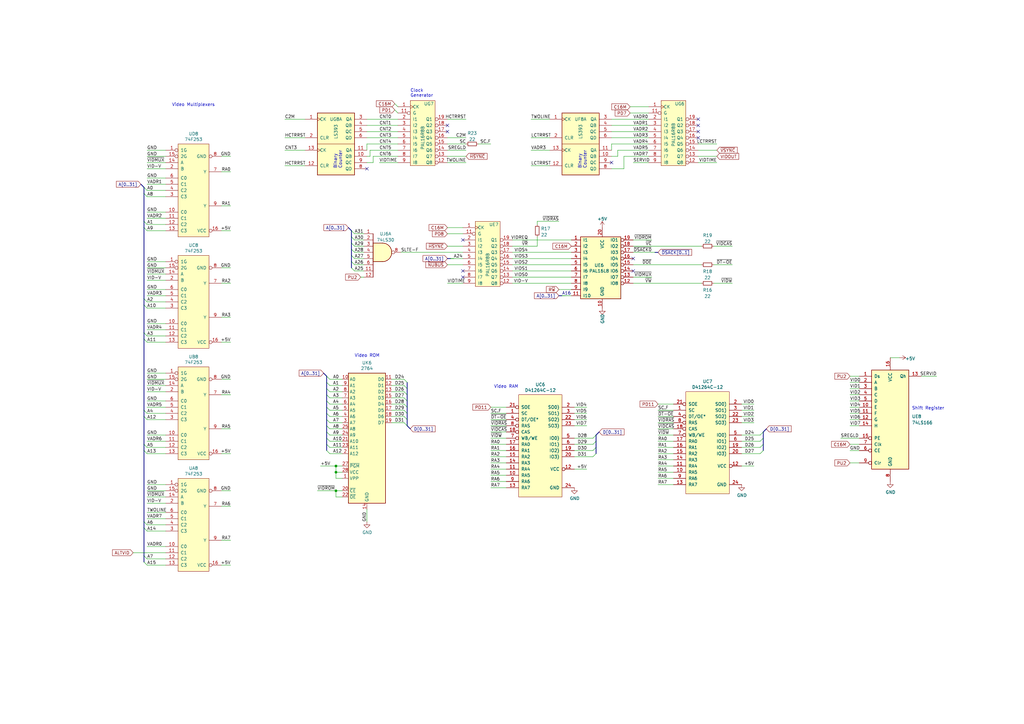
<source format=kicad_sch>
(kicad_sch (version 20230121) (generator eeschema)
  (paper "A3")
  (title_block (title "ROM & RAM Address Muxes") (date "2023-09-01") (rev "6") (company "Simplified by James Wood — j-w.au") (comment 1 "Originally from https://github.com/mishimasensei/macse30mlb/"))
  (lib_symbols
    (symbol "74xx:74LS166" (pin_names (offset 1.016))
      (property "Reference" "U" (at -7.62 21.59 0))
      (property "Value" "74LS166" (at -7.62 -21.59 0))
      (symbol "74LS166_1_0"
        (pin input line (at -12.7 17.78 0) (length 5.08) (name "Ds") (number "1"))
        (pin input line (at -12.7 5.08 0) (length 5.08) (name "E") (number "10"))
        (pin input line (at -12.7 2.54 0) (length 5.08) (name "F") (number "11"))
        (pin input line (at -12.7 0 0) (length 5.08) (name "G") (number "12"))
        (pin output line (at 12.7 17.78 180) (length 5.08) (name "Qh") (number "13"))
        (pin input line (at -12.7 -2.54 0) (length 5.08) (name "H") (number "14"))
        (pin input inverted (at -12.7 -7.62 0) (length 5.08) (name "PE") (number "15"))
        (pin power_in line (at 0 25.4 270) (length 5.08) (name "VCC") (number "16"))
        (pin input line (at -12.7 15.24 0) (length 5.08) (name "A") (number "2"))
        (pin input line (at -12.7 12.7 0) (length 5.08) (name "B") (number "3"))
        (pin input line (at -12.7 10.16 0) (length 5.08) (name "C") (number "4"))
        (pin input line (at -12.7 7.62 0) (length 5.08) (name "D") (number "5"))
        (pin input inverted (at -12.7 -12.7 0) (length 5.08) (name "CE") (number "6"))
        (pin input line (at -12.7 -10.16 0) (length 5.08) (name "Clk") (number "7"))
        (pin power_in line (at 0 -25.4 90) (length 5.08) (name "GND") (number "8"))
        (pin input inverted (at -12.7 -17.78 0) (length 5.08) (name "Clr") (number "9"))
      )
    )
    (symbol "74xx:74LS30" (pin_names (offset 1.016))
      (property "Reference" "U" (at 0 1.27 0))
      (property "Value" "74LS30" (at 0 -1.27 0))
      (symbol "74LS30_1_1"
        (pin input line (at -7.62 7.62 0) (length 3.81) (name "~") (number "1"))
        (pin input line (at -7.62 -7.62 0) (length 3.81) (name "~") (number "11"))
        (pin input line (at -7.62 -10.16 0) (length 3.81) (name "~") (number "12"))
        (pin input line (at -7.62 5.08 0) (length 3.81) (name "~") (number "2"))
        (pin input line (at -7.62 2.54 0) (length 3.81) (name "~") (number "3"))
        (pin input line (at -7.62 0 0) (length 3.81) (name "~") (number "4"))
        (pin input line (at -7.62 -2.54 0) (length 3.81) (name "~") (number "5"))
        (pin input line (at -7.62 -5.08 0) (length 3.81) (name "~") (number "6"))
        (pin output inverted (at 7.62 0 180) (length 3.81) (name "~") (number "8"))
      )
      (symbol "74LS30_1_2"
        (pin input inverted (at -7.62 7.62 0) (length 3.81) (name "~") (number "1"))
        (pin input inverted (at -7.62 -7.62 0) (length 3.81) (name "~") (number "11"))
        (pin input inverted (at -7.62 -10.16 0) (length 3.81) (name "~") (number "12"))
        (pin input inverted (at -7.62 5.08 0) (length 3.81) (name "~") (number "2"))
        (pin input inverted (at -7.62 2.54 0) (length 4.5466) (name "~") (number "3"))
        (pin input inverted (at -7.62 0 0) (length 5.08) (name "~") (number "4"))
        (pin input inverted (at -7.62 -2.54 0) (length 4.5466) (name "~") (number "5"))
        (pin input inverted (at -7.62 -5.08 0) (length 3.81) (name "~") (number "6"))
        (pin output line (at 7.62 0 180) (length 3.81) (name "~") (number "8"))
      )
      (symbol "74LS30_2_0"
        (pin power_in line (at 0 12.7 270) (length 5.08) (name "VCC") (number "14"))
        (pin power_in line (at 0 -12.7 90) (length 5.08) (name "GND") (number "7"))
      )
    )
    (symbol "Device:R_Small" (pin_numbers hide) (pin_names (offset 0.254) hide)
      (property "Reference" "R" (at 0.762 0.508 0))
      (property "Value" "R_Small" (at 0.762 -1.016 0))
      (symbol "R_Small_1_1"
        (pin passive line (at 0 2.54 270) (length 0.762) (name "~") (number "1"))
        (pin passive line (at 0 -2.54 90) (length 0.762) (name "~") (number "2"))
      )
    )
    (symbol "Logic_Programmable:PAL16L8" (pin_names (offset 1.016))
      (property "Reference" "U" (at -8.89 16.51 0))
      (property "Value" "PAL16L8" (at 1.27 16.51 0))
      (symbol "PAL16L8_0_0"
        (pin power_in line (at 0 -15.24 90) (length 3.81) (name "GND") (number "10"))
        (pin power_in line (at 0 17.78 270) (length 3.81) (name "VCC") (number "20"))
      )
      (symbol "PAL16L8_1_1"
        (pin input line (at -12.7 12.7 0) (length 3.81) (name "I1") (number "1"))
        (pin input line (at -12.7 -10.16 0) (length 3.81) (name "I10") (number "11"))
        (pin tri_state inverted (at 12.7 -5.08 180) (length 5.08) (name "IO8") (number "12"))
        (pin tri_state inverted (at 12.7 -2.54 180) (length 5.08) (name "IO7") (number "13"))
        (pin tri_state inverted (at 12.7 0 180) (length 5.08) (name "IO6") (number "14"))
        (pin tri_state inverted (at 12.7 2.54 180) (length 5.08) (name "IO5") (number "15"))
        (pin tri_state inverted (at 12.7 5.08 180) (length 5.08) (name "IO4") (number "16"))
        (pin tri_state inverted (at 12.7 7.62 180) (length 5.08) (name "I03") (number "17"))
        (pin tri_state inverted (at 12.7 10.16 180) (length 5.08) (name "IO2") (number "18"))
        (pin tri_state inverted (at 12.7 12.7 180) (length 5.08) (name "IO1") (number "19"))
        (pin input line (at -12.7 10.16 0) (length 3.81) (name "I2") (number "2"))
        (pin input line (at -12.7 7.62 0) (length 3.81) (name "I3") (number "3"))
        (pin input line (at -12.7 5.08 0) (length 3.81) (name "I4") (number "4"))
        (pin input line (at -12.7 2.54 0) (length 3.81) (name "I5") (number "5"))
        (pin input line (at -12.7 0 0) (length 3.81) (name "I6") (number "6"))
        (pin input line (at -12.7 -2.54 0) (length 3.81) (name "I7") (number "7"))
        (pin input line (at -12.7 -5.08 0) (length 3.81) (name "I8") (number "8"))
        (pin input line (at -12.7 -7.62 0) (length 3.81) (name "I9") (number "9"))
      )
    )
    (symbol "Macintosh-SE30-Main-Logic-Board-rescue:2764-Memory_EPROM"
      (property "Reference" "U" (at 0 26.67 0))
      (property "Value" "Macintosh-SE30-Main-Logic-Board-rescue_2764-Memory_EPROM" (at -2.54 24.13 0))
      (symbol "2764-Memory_EPROM_1_1"
        (pin input line (at -10.16 -20.32 0) (length 2.54) (name "VPP") (number "1"))
        (pin input line (at -10.16 20.32 0) (length 2.54) (name "A0") (number "10"))
        (pin tri_state line (at 10.16 20.32 180) (length 2.54) (name "D0") (number "11"))
        (pin tri_state line (at 10.16 17.78 180) (length 2.54) (name "D1") (number "12"))
        (pin tri_state line (at 10.16 15.24 180) (length 2.54) (name "D2") (number "13"))
        (pin power_in line (at 0 -33.02 90) (length 2.54) (name "GND") (number "14"))
        (pin tri_state line (at 10.16 12.7 180) (length 2.54) (name "D3") (number "15"))
        (pin tri_state line (at 10.16 10.16 180) (length 2.54) (name "D4") (number "16"))
        (pin tri_state line (at 10.16 7.62 180) (length 2.54) (name "D5") (number "17"))
        (pin tri_state line (at 10.16 5.08 180) (length 2.54) (name "D6") (number "18"))
        (pin tri_state line (at 10.16 2.54 180) (length 2.54) (name "D7") (number "19"))
        (pin input line (at -10.16 -10.16 0) (length 2.54) (name "A12") (number "2"))
        (pin input line (at -10.16 -25.4 0) (length 2.54) (name "~{CE}") (number "20"))
        (pin input line (at -10.16 -5.08 0) (length 2.54) (name "A10") (number "21"))
        (pin input line (at -10.16 -27.94 0) (length 2.54) (name "~{OE}") (number "22"))
        (pin input line (at -10.16 -7.62 0) (length 2.54) (name "A11") (number "23"))
        (pin input line (at -10.16 -2.54 0) (length 2.54) (name "A9") (number "24"))
        (pin input line (at -10.16 0 0) (length 2.54) (name "A8") (number "25"))
        (pin no_connect line (at 7.62 0 180) (length 2.54) hide (name "NC") (number "26"))
        (pin input line (at -10.16 -15.24 0) (length 2.54) (name "~{PGM}") (number "27"))
        (pin power_in line (at -10.16 -17.78 0) (length 2.54) (name "VCC") (number "28"))
        (pin input line (at -10.16 2.54 0) (length 2.54) (name "A7") (number "3"))
        (pin input line (at -10.16 5.08 0) (length 2.54) (name "A6") (number "4"))
        (pin input line (at -10.16 7.62 0) (length 2.54) (name "A5") (number "5"))
        (pin input line (at -10.16 10.16 0) (length 2.54) (name "A4") (number "6"))
        (pin input line (at -10.16 12.7 0) (length 2.54) (name "A3") (number "7"))
        (pin input line (at -10.16 15.24 0) (length 2.54) (name "A2") (number "8"))
        (pin input line (at -10.16 17.78 0) (length 2.54) (name "A1") (number "9"))
      )
    )
    (symbol "Macintosh_SE_30_Components:74F253" (pin_names (offset 1.016))
      (property "Reference" "U" (at 6.35 2.54 0))
      (property "Value" "74F253" (at 6.35 0 0))
      (symbol "74F253_1_0"
        (pin passive inverted (at -5.08 -3.81 0) (length 5.08) (name "1G") (number "1"))
        (pin passive line (at -5.08 -29.21 0) (length 5.08) (name "C0") (number "10"))
        (pin passive line (at -5.08 -31.75 0) (length 5.08) (name "C1") (number "11"))
        (pin passive line (at -5.08 -34.29 0) (length 5.08) (name "C2") (number "12"))
        (pin passive line (at -5.08 -36.83 0) (length 5.08) (name "C3") (number "13"))
        (pin passive line (at -5.08 -8.89 0) (length 5.08) (name "A") (number "14"))
        (pin passive inverted (at -5.08 -6.35 0) (length 5.08) (name "2G") (number "15"))
        (pin power_in inverted (at 17.78 -36.83 180) (length 5.08) (name "VCC") (number "16"))
        (pin passive line (at -5.08 -11.43 0) (length 5.08) (name "B") (number "2"))
        (pin passive line (at -5.08 -22.86 0) (length 5.08) (name "C3") (number "3"))
        (pin passive line (at -5.08 -20.32 0) (length 5.08) (name "C2") (number "4"))
        (pin passive line (at -5.08 -17.78 0) (length 5.08) (name "C1") (number "5"))
        (pin passive line (at -5.08 -15.24 0) (length 5.08) (name "C0") (number "6"))
        (pin passive line (at 17.78 -12.7 180) (length 5.08) (name "Y") (number "7"))
        (pin passive inverted (at 17.78 -6.35 180) (length 5.08) (name "GND") (number "8"))
        (pin passive line (at 17.78 -26.67 180) (length 5.08) (name "Y") (number "9"))
      )
    )
    (symbol "Macintosh_SE_30_Components:D41264C-12" (pin_names (offset 1.016))
      (property "Reference" "U" (at 2.54 3.81 0))
      (property "Value" "D41264C-12" (at 3.81 0 0))
      (symbol "D41264C-12_1_0"
        (pin passive line (at -10.16 -8.89 0) (length 5.08) (name "SC") (number "1"))
        (pin passive line (at -10.16 -34.29 0) (length 5.08) (name "RA5") (number "10"))
        (pin passive line (at -10.16 -31.75 0) (length 5.08) (name "RA4") (number "11"))
        (pin power_in inverted (at 17.78 -31.75 180) (length 5.08) (name "VCC") (number "12"))
        (pin passive line (at -10.16 -39.37 0) (length 5.08) (name "RA7") (number "13"))
        (pin passive line (at -10.16 -29.21 0) (length 5.08) (name "RA3") (number "14"))
        (pin passive line (at -10.16 -26.67 0) (length 5.08) (name "RA2") (number "15"))
        (pin passive line (at -10.16 -24.13 0) (length 5.08) (name "RA1") (number "16"))
        (pin passive line (at -10.16 -21.59 0) (length 5.08) (name "RA0") (number "17"))
        (pin passive inverted (at -10.16 -16.51 0) (length 5.08) (name "CAS") (number "18"))
        (pin passive line (at 17.78 -24.13 180) (length 5.08) (name "IO2)") (number "19"))
        (pin passive line (at 17.78 -6.35 180) (length 5.08) (name "SO0)") (number "2"))
        (pin passive line (at 17.78 -26.67 180) (length 5.08) (name "IO3)") (number "20"))
        (pin passive inverted (at -10.16 -6.35 0) (length 5.08) (name "SOE") (number "21"))
        (pin passive line (at 17.78 -11.43 180) (length 5.08) (name "SO2)") (number "22"))
        (pin passive line (at 17.78 -13.97 180) (length 5.08) (name "SO3)") (number "23"))
        (pin passive line (at 17.78 -39.37 180) (length 5.08) (name "GND") (number "24"))
        (pin passive line (at 17.78 -8.89 180) (length 5.08) (name "SO1)") (number "3"))
        (pin passive inverted (at -10.16 -11.43 0) (length 5.08) (name "DT/OE*") (number "4"))
        (pin passive line (at 17.78 -19.05 180) (length 5.08) (name "IO0)") (number "5"))
        (pin passive line (at 17.78 -21.59 180) (length 5.08) (name "IO1)") (number "6"))
        (pin passive inverted (at -10.16 -19.05 0) (length 5.08) (name "WB/WE") (number "7"))
        (pin passive inverted (at -10.16 -13.97 0) (length 5.08) (name "RAS") (number "8"))
        (pin passive line (at -10.16 -36.83 0) (length 5.08) (name "RA6") (number "9"))
      )
    )
    (symbol "Macintosh_SE_30_Components:LS393" (pin_names (offset 1.016))
      (property "Reference" "U" (at 0 8.89 0))
      (property "Value" "LS393" (at 0 6.35 0))
      (symbol "LS393_1_0"
        (pin input clock (at -12.7 2.54 0) (length 5.08) (name "CK") (number "1"))
        (pin output line (at 12.7 -12.7 180) (length 5.08) (name "QB") (number "10"))
        (pin output line (at 12.7 -10.16 180) (length 5.08) (name "QA") (number "11"))
        (pin passive line (at -12.7 -16.51 0) (length 5.08) (name "CLR") (number "12"))
        (pin input clock (at -12.7 -10.16 0) (length 5.08) (name "CK") (number "13"))
        (pin input line (at -12.7 -5.08 0) (length 5.08) (name "CLR") (number "2"))
        (pin output line (at 12.7 2.54 180) (length 5.08) (name "QA") (number "3"))
        (pin output line (at 12.7 0 180) (length 5.08) (name "QB") (number "4"))
        (pin output line (at 12.7 -2.54 180) (length 5.08) (name "QC") (number "5"))
        (pin output line (at 12.7 -5.08 180) (length 5.08) (name "QD") (number "6"))
        (pin output line (at 12.7 -17.78 180) (length 5.08) (name "QD") (number "8"))
        (pin output line (at 12.7 -15.24 180) (length 5.08) (name "QC") (number "9"))
      )
      (symbol "LS393_2_0"
        (pin output line (at 12.7 0 180) (length 5.08) (name "Q1") (number "10"))
        (pin output line (at 12.7 2.54 180) (length 5.08) (name "Q0") (number "11"))
        (pin input line (at -12.7 -5.08 0) (length 5.08) (name "MR") (number "12"))
        (pin input clock (at -12.7 2.54 0) (length 5.08) (name "CP") (number "13"))
        (pin output line (at 12.7 -5.08 180) (length 5.08) (name "Q3") (number "8"))
        (pin output line (at 12.7 -2.54 180) (length 5.08) (name "Q2") (number "9"))
      )
      (symbol "LS393_3_0"
        (pin power_in line (at 0 12.7 270) (length 5.08) (name "VCC") (number "14"))
        (pin power_in line (at 0 -12.7 90) (length 5.08) (name "GND") (number "7"))
      )
    )
    (symbol "Macintosh_SE_30_Components:PAL16R8B" (pin_names (offset 1.016))
      (property "Reference" "U" (at 2.54 -30.48 0))
      (property "Value" "PAL16R8B" (at 0 0 0))
      (symbol "PAL16R8B_1_0"
        (pin input clock (at -7.62 -3.81 0) (length 5.08) (name "CK") (number "1"))
        (pin passive inverted (at -7.62 -6.35 0) (length 5.08) (name "G") (number "11"))
        (pin passive inverted (at 12.7 -26.67 180) (length 5.08) (name "Q8") (number "12"))
        (pin passive inverted (at 12.7 -24.13 180) (length 5.08) (name "Q7") (number "13"))
        (pin passive inverted (at 12.7 -21.59 180) (length 5.08) (name "Q6") (number "14"))
        (pin passive inverted (at 12.7 -19.05 180) (length 5.08) (name "Q5") (number "15"))
        (pin passive inverted (at 12.7 -16.51 180) (length 5.08) (name "Q4") (number "16"))
        (pin passive inverted (at 12.7 -13.97 180) (length 5.08) (name "Q3") (number "17"))
        (pin passive inverted (at 12.7 -11.43 180) (length 5.08) (name "Q2") (number "18"))
        (pin passive inverted (at 12.7 -8.89 180) (length 5.08) (name "Q1") (number "19"))
        (pin passive line (at -7.62 -8.89 0) (length 5.08) (name "I1") (number "2"))
        (pin passive line (at -7.62 -11.43 0) (length 5.08) (name "I2") (number "3"))
        (pin passive line (at -7.62 -13.97 0) (length 5.08) (name "I3") (number "4"))
        (pin passive line (at -7.62 -16.51 0) (length 5.08) (name "I4") (number "5"))
        (pin passive line (at -7.62 -19.05 0) (length 5.08) (name "I5") (number "6"))
        (pin passive line (at -7.62 -21.59 0) (length 5.08) (name "I6") (number "7"))
        (pin passive line (at -7.62 -24.13 0) (length 5.08) (name "I7") (number "8"))
        (pin passive line (at -7.62 -26.67 0) (length 5.08) (name "I8") (number "9"))
      )
    )
    (symbol "power:+5V" (power) (pin_names (offset 0))
      (property "Value" "+5V" (at 0 3.556 0))
      (symbol "+5V_1_1"
        (pin power_in line (at 0 0 90) (length 0) hide (name "+5V") (number "1"))
      )
    )
    (symbol "power:GND" (power) (pin_names (offset 0))
      (property "Value" "GND" (at 0 -3.81 0))
      (symbol "GND_1_1"
        (pin power_in line (at 0 0 270) (length 0) hide (name "GND") (number "1"))
      )
    )
  )
  (junction (at 137.795 191.135))
  (junction (at 137.795 201.295))
  (junction (at 137.795 193.675))
  (no_connect (at 189.865 113.665))
  (no_connect (at 286.385 56.515))
  (no_connect (at 259.715 111.125))
  (no_connect (at 286.385 48.895))
  (no_connect (at 250.825 66.675))
  (no_connect (at 189.865 98.425))
  (no_connect (at 286.385 51.435))
  (no_connect (at 259.715 106.045))
  (no_connect (at 150.495 69.215))
  (no_connect (at 183.515 53.975))
  (no_connect (at 183.515 51.435))
  (no_connect (at 286.385 53.975))
  (no_connect (at 189.865 111.125))
  (bus_entry (at 59.055 170.815) (size 1.27 1.27))
  (bus_entry (at 133.985 154.305) (size 1.27 1.27))
  (bus_entry (at 59.055 216.535) (size 1.27 1.27))
  (bus_entry (at 133.985 169.545) (size 1.27 1.27))
  (bus_entry (at 133.985 172.085) (size 1.27 1.27))
  (bus_entry (at 133.985 184.785) (size 1.27 1.27))
  (bus_entry (at 144.145 109.855) (size 1.27 1.27))
  (bus_entry (at 186.055 106.045) (size -1.27 0))
  (bus_entry (at 59.055 227.965) (size 1.27 1.27))
  (bus_entry (at 59.055 122.555) (size 1.27 1.27))
  (bus_entry (at 167.005 164.465) (size -1.27 -1.27))
  (bus_entry (at 231.775 121.285) (size -1.27 0))
  (bus_entry (at 167.005 174.625) (size -1.27 -1.27))
  (bus_entry (at 133.985 164.465) (size 1.27 1.27))
  (bus_entry (at 59.055 136.525) (size 1.27 1.27))
  (bus_entry (at 267.335 103.505) (size 1.27 0))
  (bus_entry (at 59.055 213.995) (size 1.27 1.27))
  (bus_entry (at 244.475 180.975) (size -1.27 1.27))
  (bus_entry (at 133.985 156.845) (size 1.27 1.27))
  (bus_entry (at 59.055 79.375) (size 1.27 1.27))
  (bus_entry (at 59.055 230.505) (size 1.27 1.27))
  (bus_entry (at 144.145 104.775) (size 1.27 1.27))
  (bus_entry (at 167.005 167.005) (size -1.27 -1.27))
  (bus_entry (at 167.005 161.925) (size -1.27 -1.27))
  (bus_entry (at 133.985 182.245) (size 1.27 1.27))
  (bus_entry (at 313.055 182.245) (size -1.27 1.27))
  (bus_entry (at 59.055 93.345) (size 1.27 1.27))
  (bus_entry (at 144.145 102.235) (size 1.27 1.27))
  (bus_entry (at 133.985 161.925) (size 1.27 1.27))
  (bus_entry (at 313.055 184.785) (size -1.27 1.27))
  (bus_entry (at 59.055 90.805) (size 1.27 1.27))
  (bus_entry (at 59.055 139.065) (size 1.27 1.27))
  (bus_entry (at 167.005 172.085) (size -1.27 -1.27))
  (bus_entry (at 144.145 94.615) (size 1.27 1.27))
  (bus_entry (at 167.005 156.845) (size -1.27 -1.27))
  (bus_entry (at 133.985 179.705) (size 1.27 1.27))
  (bus_entry (at 133.985 177.165) (size 1.27 1.27))
  (bus_entry (at 144.145 107.315) (size 1.27 1.27))
  (bus_entry (at 59.055 168.275) (size 1.27 1.27))
  (bus_entry (at 231.775 121.285) (size -1.27 0))
  (bus_entry (at 133.985 174.625) (size 1.27 1.27))
  (bus_entry (at 244.475 186.055) (size -1.27 1.27))
  (bus_entry (at 167.005 169.545) (size -1.27 -1.27))
  (bus_entry (at 313.055 177.165) (size -1.27 1.27))
  (bus_entry (at 59.055 76.835) (size 1.27 1.27))
  (bus_entry (at 144.145 99.695) (size 1.27 1.27))
  (bus_entry (at 244.475 178.435) (size -1.27 1.27))
  (bus_entry (at 59.055 184.785) (size 1.27 1.27))
  (bus_entry (at 59.055 182.245) (size 1.27 1.27))
  (bus_entry (at 133.985 167.005) (size 1.27 1.27))
  (bus_entry (at 167.005 159.385) (size -1.27 -1.27))
  (bus_entry (at 144.145 97.155) (size 1.27 1.27))
  (bus_entry (at 313.055 179.705) (size -1.27 1.27))
  (bus_entry (at 59.055 125.095) (size 1.27 1.27))
  (bus_entry (at 244.475 183.515) (size -1.27 1.27))
  (bus_entry (at 133.985 159.385) (size 1.27 1.27))
  (bus (pts (xy 313.055 182.245) (xy 313.055 184.785)))
  (wire (pts (xy 90.805 116.205) (xy 94.615 116.205)))
  (wire (pts (xy 258.445 43.815) (xy 266.065 43.815)))
  (wire (pts (xy 67.945 183.515) (xy 60.325 183.515)))
  (wire (pts (xy 94.615 94.615) (xy 90.805 94.615)))
  (wire (pts (xy 255.905 69.215) (xy 255.905 64.135)))
  (wire (pts (xy 235.585 172.085) (xy 240.665 172.085)))
  (wire (pts (xy 235.585 169.545) (xy 240.665 169.545)))
  (wire (pts (xy 54.61 226.695) (xy 67.945 226.695)))
  (wire (pts (xy 259.715 66.675) (xy 266.065 66.675)))
  (wire (pts (xy 217.805 56.515) (xy 225.425 56.515)))
  (wire (pts (xy 294.005 61.595) (xy 286.385 61.595)))
  (wire (pts (xy 130.175 201.295) (xy 137.795 201.295)))
  (bus (pts (xy 133.985 169.545) (xy 133.985 172.085)))
  (wire (pts (xy 140.335 168.275) (xy 135.255 168.275)))
  (wire (pts (xy 255.905 64.135) (xy 266.065 64.135)))
  (wire (pts (xy 201.295 200.025) (xy 207.645 200.025)))
  (bus (pts (xy 167.005 164.465) (xy 167.005 161.925)))
  (wire (pts (xy 210.185 116.205) (xy 234.315 116.205)))
  (wire (pts (xy 201.295 189.865) (xy 207.645 189.865)))
  (wire (pts (xy 150.495 51.435) (xy 163.195 51.435)))
  (wire (pts (xy 137.795 191.135) (xy 140.335 191.135)))
  (wire (pts (xy 220.345 90.805) (xy 229.235 90.805)))
  (wire (pts (xy 150.495 66.675) (xy 153.035 66.675)))
  (bus (pts (xy 133.985 172.085) (xy 133.985 174.625)))
  (bus (pts (xy 245.745 177.165) (xy 244.475 178.435)))
  (bus (pts (xy 167.005 172.085) (xy 167.005 169.545)))
  (wire (pts (xy 229.235 118.745) (xy 234.315 118.745)))
  (wire (pts (xy 201.295 182.245) (xy 207.645 182.245)))
  (bus (pts (xy 144.145 102.235) (xy 144.145 104.775)))
  (wire (pts (xy 137.795 196.215) (xy 140.335 196.215)))
  (bus (pts (xy 244.475 180.975) (xy 244.475 183.515)))
  (wire (pts (xy 90.805 221.615) (xy 94.615 221.615)))
  (wire (pts (xy 150.495 48.895) (xy 163.195 48.895)))
  (wire (pts (xy 294.005 66.675) (xy 286.385 66.675)))
  (wire (pts (xy 153.035 66.675) (xy 153.035 64.135)))
  (wire (pts (xy 60.325 126.365) (xy 67.945 126.365)))
  (wire (pts (xy 348.615 189.865) (xy 352.425 189.865)))
  (wire (pts (xy 269.875 188.595) (xy 276.225 188.595)))
  (wire (pts (xy 235.585 179.705) (xy 243.205 179.705)))
  (wire (pts (xy 201.295 184.785) (xy 207.645 184.785)))
  (wire (pts (xy 201.295 187.325) (xy 207.645 187.325)))
  (bus (pts (xy 59.055 170.815) (xy 59.055 168.275)))
  (bus (pts (xy 144.145 99.695) (xy 144.145 102.235)))
  (wire (pts (xy 94.615 130.175) (xy 90.805 130.175)))
  (wire (pts (xy 94.615 175.895) (xy 90.805 175.895)))
  (wire (pts (xy 116.84 56.515) (xy 125.095 56.515)))
  (wire (pts (xy 250.825 53.975) (xy 266.065 53.975)))
  (wire (pts (xy 116.84 67.945) (xy 125.095 67.945)))
  (wire (pts (xy 183.515 100.965) (xy 189.865 100.965)))
  (wire (pts (xy 258.445 46.355) (xy 266.065 46.355)))
  (wire (pts (xy 352.425 164.465) (xy 348.615 164.465)))
  (wire (pts (xy 292.735 116.205) (xy 300.355 116.205)))
  (wire (pts (xy 94.615 64.135) (xy 90.805 64.135)))
  (wire (pts (xy 60.325 61.595) (xy 67.945 61.595)))
  (bus (pts (xy 59.055 122.555) (xy 59.055 125.095)))
  (wire (pts (xy 60.325 118.745) (xy 67.945 118.745)))
  (wire (pts (xy 269.875 178.435) (xy 276.225 178.435)))
  (wire (pts (xy 137.795 193.675) (xy 137.795 196.215)))
  (wire (pts (xy 183.515 48.895) (xy 191.135 48.895)))
  (bus (pts (xy 59.055 182.245) (xy 59.055 170.815)))
  (wire (pts (xy 207.645 172.085) (xy 201.295 172.085)))
  (wire (pts (xy 269.875 193.675) (xy 276.225 193.675)))
  (bus (pts (xy 167.005 167.005) (xy 167.005 164.465)))
  (wire (pts (xy 269.875 191.135) (xy 276.225 191.135)))
  (bus (pts (xy 57.785 75.565) (xy 59.055 76.835)))
  (wire (pts (xy 344.805 179.705) (xy 352.425 179.705)))
  (wire (pts (xy 269.875 180.975) (xy 276.225 180.975)))
  (wire (pts (xy 269.875 183.515) (xy 276.225 183.515)))
  (wire (pts (xy 210.185 100.965) (xy 220.345 100.965)))
  (wire (pts (xy 183.515 56.515) (xy 191.135 56.515)))
  (wire (pts (xy 234.315 98.425) (xy 210.185 98.425)))
  (bus (pts (xy 244.475 183.515) (xy 244.475 186.055)))
  (bus (pts (xy 314.325 175.895) (xy 313.055 177.165)))
  (bus (pts (xy 59.055 216.535) (xy 59.055 213.995)))
  (wire (pts (xy 201.295 197.485) (xy 207.645 197.485)))
  (wire (pts (xy 259.715 103.505) (xy 267.335 103.505)))
  (wire (pts (xy 160.655 165.735) (xy 165.735 165.735)))
  (wire (pts (xy 240.665 174.625) (xy 235.585 174.625)))
  (wire (pts (xy 304.165 186.055) (xy 311.785 186.055)))
  (wire (pts (xy 234.315 111.125) (xy 210.185 111.125)))
  (wire (pts (xy 217.805 67.945) (xy 225.425 67.945)))
  (wire (pts (xy 67.945 78.105) (xy 60.325 78.105)))
  (wire (pts (xy 90.805 207.645) (xy 94.615 207.645)))
  (wire (pts (xy 151.765 61.595) (xy 163.195 61.595)))
  (wire (pts (xy 67.945 75.565) (xy 60.325 75.565)))
  (wire (pts (xy 160.655 163.195) (xy 165.735 163.195)))
  (wire (pts (xy 67.945 180.975) (xy 60.325 180.975)))
  (wire (pts (xy 191.135 66.675) (xy 183.515 66.675)))
  (bus (pts (xy 268.605 103.505) (xy 269.875 103.505)))
  (wire (pts (xy 60.325 160.655) (xy 67.945 160.655)))
  (wire (pts (xy 207.645 179.705) (xy 201.295 179.705)))
  (bus (pts (xy 59.055 125.095) (xy 59.055 136.525)))
  (wire (pts (xy 196.215 59.055) (xy 201.295 59.055)))
  (wire (pts (xy 94.615 140.335) (xy 90.805 140.335)))
  (wire (pts (xy 231.775 121.285) (xy 234.315 121.285)))
  (wire (pts (xy 304.165 173.355) (xy 309.245 173.355)))
  (wire (pts (xy 140.335 180.975) (xy 135.255 180.975)))
  (wire (pts (xy 140.335 203.835) (xy 137.795 203.835)))
  (wire (pts (xy 235.585 182.245) (xy 243.205 182.245)))
  (wire (pts (xy 67.945 186.055) (xy 60.325 186.055)))
  (wire (pts (xy 311.785 178.435) (xy 304.165 178.435)))
  (wire (pts (xy 67.945 135.255) (xy 60.325 135.255)))
  (wire (pts (xy 60.325 164.465) (xy 67.945 164.465)))
  (wire (pts (xy 217.805 48.895) (xy 225.425 48.895)))
  (wire (pts (xy 269.875 170.815) (xy 276.225 170.815)))
  (wire (pts (xy 300.355 108.585) (xy 292.735 108.585)))
  (bus (pts (xy 133.985 154.305) (xy 132.715 153.035)))
  (wire (pts (xy 183.515 95.885) (xy 189.865 95.885)))
  (bus (pts (xy 59.055 230.505) (xy 59.055 227.965)))
  (wire (pts (xy 116.84 48.895) (xy 125.095 48.895)))
  (wire (pts (xy 67.945 94.615) (xy 60.325 94.615)))
  (wire (pts (xy 287.655 108.585) (xy 259.715 108.585)))
  (bus (pts (xy 167.005 174.625) (xy 167.005 172.085)))
  (bus (pts (xy 167.005 169.545) (xy 167.005 167.005)))
  (wire (pts (xy 60.325 86.995) (xy 67.945 86.995)))
  (wire (pts (xy 94.615 109.855) (xy 90.805 109.855)))
  (wire (pts (xy 60.325 132.715) (xy 67.945 132.715)))
  (bus (pts (xy 168.275 175.895) (xy 167.005 174.625)))
  (wire (pts (xy 304.165 183.515) (xy 311.785 183.515)))
  (wire (pts (xy 300.355 100.965) (xy 292.735 100.965)))
  (bus (pts (xy 144.145 104.775) (xy 144.145 107.315)))
  (wire (pts (xy 60.325 178.435) (xy 67.945 178.435)))
  (wire (pts (xy 259.715 116.205) (xy 287.655 116.205)))
  (wire (pts (xy 304.165 168.275) (xy 309.245 168.275)))
  (wire (pts (xy 287.655 100.965) (xy 259.715 100.965)))
  (wire (pts (xy 94.615 201.295) (xy 90.805 201.295)))
  (wire (pts (xy 151.765 64.135) (xy 151.765 61.595)))
  (bus (pts (xy 133.985 159.385) (xy 133.985 161.925)))
  (wire (pts (xy 67.945 172.085) (xy 60.325 172.085)))
  (wire (pts (xy 94.615 186.055) (xy 90.805 186.055)))
  (wire (pts (xy 60.325 140.335) (xy 67.945 140.335)))
  (wire (pts (xy 201.295 174.625) (xy 207.645 174.625)))
  (wire (pts (xy 253.365 64.135) (xy 253.365 61.595)))
  (wire (pts (xy 125.095 61.595) (xy 116.84 61.595)))
  (wire (pts (xy 352.425 167.005) (xy 348.615 167.005)))
  (wire (pts (xy 250.825 56.515) (xy 266.065 56.515)))
  (wire (pts (xy 269.875 198.755) (xy 276.225 198.755)))
  (wire (pts (xy 164.465 103.505) (xy 189.865 103.505)))
  (wire (pts (xy 90.805 70.485) (xy 94.615 70.485)))
  (wire (pts (xy 149.225 100.965) (xy 145.415 100.965)))
  (wire (pts (xy 140.335 165.735) (xy 135.255 165.735)))
  (bus (pts (xy 133.985 161.925) (xy 133.985 164.465)))
  (wire (pts (xy 67.945 229.235) (xy 60.325 229.235)))
  (wire (pts (xy 235.585 184.785) (xy 243.205 184.785)))
  (wire (pts (xy 149.225 103.505) (xy 145.415 103.505)))
  (wire (pts (xy 253.365 61.595) (xy 266.065 61.595)))
  (bus (pts (xy 59.055 184.785) (xy 59.055 182.245)))
  (wire (pts (xy 234.315 108.585) (xy 210.185 108.585)))
  (bus (pts (xy 144.145 107.315) (xy 144.145 109.855)))
  (wire (pts (xy 250.825 61.595) (xy 250.825 59.055)))
  (wire (pts (xy 352.425 174.625) (xy 348.615 174.625)))
  (bus (pts (xy 59.055 90.805) (xy 59.055 79.375)))
  (wire (pts (xy 184.785 106.045) (xy 186.055 106.045)))
  (wire (pts (xy 150.495 59.055) (xy 163.195 59.055)))
  (wire (pts (xy 286.385 59.055) (xy 294.005 59.055)))
  (wire (pts (xy 377.825 154.305) (xy 384.175 154.305)))
  (wire (pts (xy 140.335 175.895) (xy 135.255 175.895)))
  (wire (pts (xy 67.945 217.805) (xy 60.325 217.805)))
  (wire (pts (xy 149.225 111.125) (xy 145.415 111.125)))
  (wire (pts (xy 250.825 51.435) (xy 266.065 51.435)))
  (wire (pts (xy 234.315 106.045) (xy 210.185 106.045)))
  (bus (pts (xy 59.055 227.965) (xy 59.055 216.535)))
  (bus (pts (xy 167.005 159.385) (xy 167.005 156.845)))
  (wire (pts (xy 269.875 165.735) (xy 276.225 165.735)))
  (wire (pts (xy 67.945 169.545) (xy 60.325 169.545)))
  (wire (pts (xy 160.655 168.275) (xy 165.735 168.275)))
  (wire (pts (xy 140.335 173.355) (xy 135.255 173.355)))
  (wire (pts (xy 94.615 84.455) (xy 90.805 84.455)))
  (wire (pts (xy 60.325 210.185) (xy 67.945 210.185)))
  (wire (pts (xy 140.335 155.575) (xy 135.255 155.575)))
  (wire (pts (xy 140.335 178.435) (xy 135.255 178.435)))
  (wire (pts (xy 140.335 183.515) (xy 135.255 183.515)))
  (wire (pts (xy 67.945 89.535) (xy 60.325 89.535)))
  (wire (pts (xy 309.245 165.735) (xy 304.165 165.735)))
  (wire (pts (xy 60.325 64.135) (xy 67.945 64.135)))
  (wire (pts (xy 160.655 155.575) (xy 165.735 155.575)))
  (wire (pts (xy 348.615 154.305) (xy 352.425 154.305)))
  (wire (pts (xy 352.425 156.845) (xy 348.615 156.845)))
  (wire (pts (xy 191.135 61.595) (xy 183.515 61.595)))
  (wire (pts (xy 60.325 198.755) (xy 67.945 198.755)))
  (bus (pts (xy 59.055 93.345) (xy 59.055 90.805)))
  (wire (pts (xy 348.615 184.785) (xy 352.425 184.785)))
  (wire (pts (xy 161.925 45.085) (xy 163.195 46.355)))
  (wire (pts (xy 60.325 155.575) (xy 67.945 155.575)))
  (wire (pts (xy 140.335 160.655) (xy 135.255 160.655)))
  (bus (pts (xy 167.005 161.925) (xy 167.005 159.385)))
  (wire (pts (xy 60.325 114.935) (xy 67.945 114.935)))
  (wire (pts (xy 352.425 169.545) (xy 348.615 169.545)))
  (bus (pts (xy 133.985 177.165) (xy 133.985 179.705)))
  (wire (pts (xy 67.945 112.395) (xy 60.325 112.395)))
  (bus (pts (xy 313.055 177.165) (xy 313.055 179.705)))
  (wire (pts (xy 207.645 177.165) (xy 201.295 177.165)))
  (wire (pts (xy 201.295 167.005) (xy 207.645 167.005)))
  (wire (pts (xy 235.585 167.005) (xy 240.665 167.005)))
  (wire (pts (xy 60.325 66.675) (xy 67.945 66.675)))
  (bus (pts (xy 133.985 164.465) (xy 133.985 167.005)))
  (wire (pts (xy 240.665 192.405) (xy 235.585 192.405)))
  (wire (pts (xy 60.325 153.035) (xy 67.945 153.035)))
  (bus (pts (xy 144.145 94.615) (xy 144.145 97.155)))
  (wire (pts (xy 352.425 161.925) (xy 348.615 161.925)))
  (wire (pts (xy 140.335 158.115) (xy 135.255 158.115)))
  (bus (pts (xy 59.055 79.375) (xy 59.055 76.835)))
  (wire (pts (xy 201.295 169.545) (xy 207.645 169.545)))
  (wire (pts (xy 191.135 64.135) (xy 183.515 64.135)))
  (wire (pts (xy 67.945 231.775) (xy 60.325 231.775)))
  (wire (pts (xy 183.515 108.585) (xy 189.865 108.585)))
  (wire (pts (xy 348.615 182.245) (xy 352.425 182.245)))
  (bus (pts (xy 133.985 182.245) (xy 133.985 184.785)))
  (wire (pts (xy 67.945 69.215) (xy 60.325 69.215)))
  (wire (pts (xy 234.315 113.665) (xy 210.185 113.665)))
  (wire (pts (xy 217.805 61.595) (xy 225.425 61.595)))
  (wire (pts (xy 149.225 108.585) (xy 145.415 108.585)))
  (wire (pts (xy 294.005 64.135) (xy 286.385 64.135)))
  (wire (pts (xy 230.505 121.285) (xy 231.775 121.285)))
  (wire (pts (xy 150.495 61.595) (xy 150.495 59.055)))
  (bus (pts (xy 313.055 179.705) (xy 313.055 182.245)))
  (wire (pts (xy 60.325 123.825) (xy 67.945 123.825)))
  (wire (pts (xy 304.165 180.975) (xy 311.785 180.975)))
  (wire (pts (xy 94.615 231.775) (xy 90.805 231.775)))
  (wire (pts (xy 183.515 59.055) (xy 191.135 59.055)))
  (wire (pts (xy 60.325 224.155) (xy 67.945 224.155)))
  (wire (pts (xy 94.615 161.925) (xy 90.805 161.925)))
  (wire (pts (xy 250.825 59.055) (xy 266.065 59.055)))
  (wire (pts (xy 250.825 64.135) (xy 253.365 64.135)))
  (wire (pts (xy 201.295 192.405) (xy 207.645 192.405)))
  (wire (pts (xy 131.445 191.135) (xy 137.795 191.135)))
  (wire (pts (xy 220.345 100.965) (xy 220.345 97.155)))
  (bus (pts (xy 59.055 184.785) (xy 59.055 213.995)))
  (wire (pts (xy 220.345 90.805) (xy 220.345 92.075)))
  (wire (pts (xy 149.225 106.045) (xy 145.415 106.045)))
  (wire (pts (xy 150.495 56.515) (xy 163.195 56.515)))
  (wire (pts (xy 160.655 158.115) (xy 165.735 158.115)))
  (wire (pts (xy 60.325 137.795) (xy 67.945 137.795)))
  (wire (pts (xy 309.245 191.135) (xy 304.165 191.135)))
  (wire (pts (xy 137.795 201.295) (xy 137.795 203.835)))
  (wire (pts (xy 67.945 80.645) (xy 60.325 80.645)))
  (wire (pts (xy 67.945 121.285) (xy 60.325 121.285)))
  (wire (pts (xy 160.655 170.815) (xy 165.735 170.815)))
  (wire (pts (xy 235.585 187.325) (xy 243.205 187.325)))
  (wire (pts (xy 137.795 201.295) (xy 140.335 201.295)))
  (wire (pts (xy 210.185 103.505) (xy 234.315 103.505)))
  (wire (pts (xy 250.825 69.215) (xy 255.905 69.215)))
  (wire (pts (xy 140.335 186.055) (xy 135.255 186.055)))
  (wire (pts (xy 137.795 193.675) (xy 140.335 193.675)))
  (wire (pts (xy 67.945 212.725) (xy 60.325 212.725)))
  (bus (pts (xy 59.055 122.555) (xy 59.055 93.345)))
  (bus (pts (xy 184.785 106.045) (xy 183.515 106.045)))
  (wire (pts (xy 183.515 93.345) (xy 189.865 93.345)))
  (wire (pts (xy 150.495 208.915) (xy 150.495 213.995)))
  (wire (pts (xy 67.945 92.075) (xy 60.325 92.075)))
  (wire (pts (xy 147.955 113.665) (xy 149.225 113.665)))
  (bus (pts (xy 133.985 156.845) (xy 133.985 159.385)))
  (wire (pts (xy 269.875 175.895) (xy 276.225 175.895)))
  (bus (pts (xy 133.985 174.625) (xy 133.985 177.165)))
  (wire (pts (xy 155.575 66.675) (xy 163.195 66.675)))
  (wire (pts (xy 149.225 95.885) (xy 145.415 95.885)))
  (wire (pts (xy 259.715 113.665) (xy 267.335 113.665)))
  (wire (pts (xy 153.035 64.135) (xy 163.195 64.135)))
  (wire (pts (xy 269.875 186.055) (xy 276.225 186.055)))
  (wire (pts (xy 160.655 173.355) (xy 165.735 173.355)))
  (wire (pts (xy 60.325 73.025) (xy 67.945 73.025)))
  (wire (pts (xy 269.875 196.215) (xy 276.225 196.215)))
  (wire (pts (xy 250.825 48.895) (xy 266.065 48.895)))
  (wire (pts (xy 94.615 155.575) (xy 90.805 155.575)))
  (wire (pts (xy 352.425 159.385) (xy 348.615 159.385)))
  (wire (pts (xy 365.125 146.685) (xy 368.935 146.685)))
  (wire (pts (xy 149.225 98.425) (xy 145.415 98.425)))
  (wire (pts (xy 269.875 173.355) (xy 276.225 173.355)))
  (bus (pts (xy 133.985 179.705) (xy 133.985 182.245)))
  (bus (pts (xy 59.055 136.525) (xy 59.055 139.065)))
  (wire (pts (xy 304.165 170.815) (xy 309.245 170.815)))
  (wire (pts (xy 150.495 64.135) (xy 151.765 64.135)))
  (wire (pts (xy 137.795 193.675) (xy 137.795 191.135)))
  (bus (pts (xy 59.055 139.065) (xy 59.055 168.275)))
  (wire (pts (xy 67.945 167.005) (xy 60.325 167.005)))
  (bus (pts (xy 244.475 178.435) (xy 244.475 180.975)))
  (wire (pts (xy 186.055 106.045) (xy 189.865 106.045)))
  (wire (pts (xy 352.425 172.085) (xy 348.615 172.085)))
  (wire (pts (xy 60.325 158.115) (xy 67.945 158.115)))
  (wire (pts (xy 140.335 163.195) (xy 135.255 163.195)))
  (bus (pts (xy 133.985 167.005) (xy 133.985 169.545)))
  (wire (pts (xy 60.325 107.315) (xy 67.945 107.315)))
  (wire (pts (xy 160.655 160.655) (xy 165.735 160.655)))
  (wire (pts (xy 161.925 42.545) (xy 163.195 43.815)))
  (wire (pts (xy 259.715 98.425) (xy 267.335 98.425)))
  (wire (pts (xy 60.325 109.855) (xy 67.945 109.855)))
  (wire (pts (xy 183.515 116.205) (xy 189.865 116.205)))
  (wire (pts (xy 150.495 53.975) (xy 163.195 53.975)))
  (wire (pts (xy 67.945 215.265) (xy 60.325 215.265)))
  (wire (pts (xy 60.325 201.295) (xy 67.945 201.295)))
  (wire (pts (xy 269.875 168.275) (xy 276.225 168.275)))
  (bus (pts (xy 230.505 121.285) (xy 229.235 121.285)))
  (wire (pts (xy 60.325 203.835) (xy 67.945 203.835)))
  (wire (pts (xy 201.295 194.945) (xy 207.645 194.945)))
  (bus (pts (xy 144.145 97.155) (xy 144.145 99.695)))
  (bus (pts (xy 142.875 93.345) (xy 144.145 94.615)))
  (wire (pts (xy 60.325 206.375) (xy 67.945 206.375)))
  (bus (pts (xy 133.985 154.305) (xy 133.985 156.845)))
  (wire (pts (xy 140.335 170.815) (xy 135.255 170.815)))
  (text "Video Multiplexers" (at 70.485 43.815 0) (effects (font (size 1.27 1.27)) (justify left bottom)))
  (text "Binary\nCounter" (at 240.665 69.215 90) (effects (font (size 1.27 1.27)) (justify left bottom)))
  (text "Clock\nGenerator" (at 168.275 40.005 0) (effects (font (size 1.27 1.27)) (justify left bottom)))
  (text "Video ROM" (at 145.415 146.685 0) (effects (font (size 1.27 1.27)) (justify left bottom)))
  (text "Binary\nCounter" (at 140.335 69.215 90) (effects (font (size 1.27 1.27)) (justify left bottom)))
  (text "Shift Register" (at 374.015 168.275 0) (effects (font (size 1.27 1.27)) (justify left bottom)))
  (text "Video RAM" (at 202.565 159.385 0) (effects (font (size 1.27 1.27)) (justify left bottom)))
  (label "RA3" (at 94.615 130.175 180))
  (label "~{DT-OE}" (at 201.295 172.085 0))
  (label "~{VIDW}" (at 300.355 116.205 180))
  (label "GND" (at 60.325 73.025 0))
  (label "CNT5" (at 155.575 61.595 0))
  (label "RA1" (at 201.295 184.785 0))
  (label "C2M" (at 191.135 56.515 180))
  (label "~{VIDW}" (at 201.295 179.705 0))
  (label "~{DOE}" (at 267.335 108.585 180))
  (label "A13" (at 60.325 186.055 0))
  (label "RA0" (at 201.295 182.245 0))
  (label "GND" (at 60.325 153.035 0))
  (label "TWOLINE" (at 191.135 66.675 180))
  (label "A6" (at 60.325 215.265 0))
  (label "VID1" (at 348.615 159.385 0))
  (label "~{VIDRAS}" (at 269.875 173.355 0))
  (label "CNT0" (at 155.575 48.895 0))
  (label "A26" (at 145.415 108.585 0))
  (label "~{VIDRAS}" (at 229.235 90.805 180))
  (label "VADR2" (at 259.715 53.975 0))
  (label "A14" (at 60.325 217.805 0))
  (label "SERVID" (at 384.175 154.305 180))
  (label "D25" (at 305.435 180.975 0))
  (label "A11" (at 136.525 183.515 0))
  (label "VID0" (at 309.245 165.735 180))
  (label "~{VIDCAS}" (at 300.355 100.965 180))
  (label "D28" (at 161.925 165.735 0))
  (label "+5V" (at 94.615 231.775 180))
  (label "RA5" (at 201.295 194.945 0))
  (label "RA1" (at 269.875 183.515 0))
  (label "VID7" (at 348.615 174.625 0))
  (label "GND" (at 60.325 118.745 0))
  (label "VADR4" (at 60.325 135.255 0))
  (label "A8" (at 136.525 175.895 0))
  (label "VIDS2" (at 216.535 108.585 180))
  (label "A7" (at 136.525 173.355 0))
  (label "GND" (at 60.325 132.715 0))
  (label "D24" (at 305.435 178.435 0))
  (label "GND" (at 60.325 109.855 0))
  (label "VID-V" (at 60.325 114.935 0))
  (label "VADR0" (at 60.325 224.155 0))
  (label "~{VW}" (at 267.335 116.205 180))
  (label "A0" (at 60.325 78.105 0))
  (label "RA0" (at 269.875 180.975 0))
  (label "+5V" (at 309.245 191.135 180))
  (label "VADR4" (at 259.715 59.055 0))
  (label "~{VIDMUX}" (at 60.325 158.115 0))
  (label "A9" (at 60.325 94.615 0))
  (label "VID3" (at 309.245 173.355 180))
  (label "VADR5" (at 60.325 167.005 0))
  (label "GND" (at 94.615 109.855 180))
  (label "HCTRRST" (at 116.84 67.945 0))
  (label "RA2" (at 94.615 116.205 180))
  (label "VID-V" (at 60.325 160.655 0))
  (label "VIDTIME" (at 183.515 116.205 0))
  (label "TWOLINE" (at 60.325 210.185 0))
  (label "SERVID" (at 259.715 66.675 0))
  (label "RA6" (at 269.875 196.215 0))
  (label "CNT6" (at 155.575 64.135 0))
  (label "VADR5" (at 259.715 61.595 0))
  (label "A28" (at 145.415 103.505 0))
  (label "TWOLINE" (at 217.805 48.895 0))
  (label "C2M" (at 116.84 48.895 0))
  (label "~{VIDCAS}" (at 269.875 175.895 0))
  (label "VID-V" (at 60.325 206.375 0))
  (label "VIDTIME" (at 155.575 66.675 0))
  (label "VADR0" (at 259.715 48.895 0))
  (label "SC.F" (at 269.875 168.275 0))
  (label "HCTRRST" (at 116.84 56.515 0))
  (label "A25" (at 145.415 111.125 0))
  (label "A3" (at 60.325 137.795 0))
  (label "GND" (at 94.615 201.295 180))
  (label "GND" (at 60.325 164.465 0))
  (label "D25" (at 161.925 158.115 0))
  (label "+5V" (at 94.615 186.055 180))
  (label "SC.F" (at 201.295 169.545 0))
  (label "D31" (at 161.925 173.355 0))
  (label "VADR3" (at 217.805 61.595 0))
  (label "VID6" (at 240.665 172.085 180))
  (label "LCTRRST" (at 217.805 67.945 0))
  (label "RA6" (at 94.615 207.645 180))
  (label "A9" (at 136.525 178.435 0))
  (label "+5V" (at 240.665 192.405 180))
  (label "A29" (at 145.415 100.965 0))
  (label "A11" (at 60.325 140.335 0))
  (label "RA4" (at 269.875 191.135 0))
  (label "VIDS4" (at 216.535 103.505 180))
  (label "A30" (at 145.415 98.425 0))
  (label "SC.F" (at 201.295 59.055 180))
  (label "VIDS1" (at 216.535 111.125 180))
  (label "VID0" (at 348.615 156.845 0))
  (label "VID2" (at 348.615 161.925 0))
  (label "A6" (at 136.525 170.815 0))
  (label "A31" (at 145.415 95.885 0))
  (label "VADR1" (at 259.715 51.435 0))
  (label "~{DT-OE}" (at 300.355 108.585 180))
  (label "VIDS0" (at 216.535 113.665 180))
  (label "GND" (at 60.325 61.595 0))
  (label "A10" (at 136.525 180.975 0))
  (label "GND" (at 94.615 64.135 180))
  (label "VID3" (at 348.615 164.465 0))
  (label "GND" (at 60.325 64.135 0))
  (label "RA7" (at 94.615 221.615 180))
  (label "VADR7" (at 60.325 212.725 0))
  (label "VADR7" (at 259.715 64.135 0))
  (label "VADR3" (at 259.715 56.515 0))
  (label "GND" (at 60.325 178.435 0))
  (label "A27" (at 145.415 106.045 0))
  (label "~{VIDW}" (at 269.875 178.435 0))
  (label "A8" (at 60.325 80.645 0))
  (label "VADR3" (at 60.325 121.285 0))
  (label "~{VIDRAS}" (at 201.295 174.625 0))
  (label "VADR2" (at 60.325 89.535 0))
  (label "CNT3" (at 155.575 56.515 0))
  (label "VID4" (at 348.615 167.005 0))
  (label "VID5" (at 348.615 169.545 0))
  (label "VIDREQ" (at 216.535 98.425 180))
  (label "+5V" (at 94.615 94.615 180))
  (label "~{VIDCAS}" (at 201.295 177.165 0))
  (label "GND" (at 60.325 201.295 0))
  (label "D29" (at 236.855 182.245 0))
  (label "~{VIDMUX}" (at 60.325 66.675 0))
  (label "A5" (at 60.325 183.515 0))
  (label "SC" (at 191.135 59.055 180))
  (label "CNT4" (at 155.575 59.055 0))
  (label "A1" (at 136.525 158.115 0))
  (label "A7" (at 60.325 229.235 0))
  (label "GND" (at 94.615 155.575 180))
  (label "~{VIDMUX}" (at 267.335 113.665 180))
  (label "VIDTIME" (at 294.005 66.675 180))
  (label "VID5" (at 240.665 169.545 180))
  (label "~{VIDMUX}" (at 60.325 203.835 0))
  (label "RA5" (at 94.615 175.895 180))
  (label "~{VC}" (at 267.335 100.965 180))
  (label "RA6" (at 201.295 197.485 0))
  (label "VID1" (at 309.245 168.275 180))
  (label "VID4" (at 240.665 167.005 180))
  (label "~{DT-OE}" (at 269.875 170.815 0))
  (label "VID7" (at 240.665 174.625 180))
  (label "A4" (at 60.325 169.545 0))
  (label "+5V" (at 131.445 191.135 0))
  (label "VID-V" (at 60.325 69.215 0))
  (label "VADR6" (at 60.325 180.975 0))
  (label "D28" (at 236.855 179.705 0))
  (label "VID-V" (at 216.535 116.205 180))
  (label "A10" (at 60.325 126.365 0))
  (label "D24" (at 161.925 155.575 0))
  (label "A4" (at 136.525 165.735 0))
  (label "GND" (at 348.615 184.785 0))
  (label "GND" (at 60.325 86.995 0))
  (label "GND" (at 150.495 213.995 90))
  (label "A3" (at 136.525 163.195 0))
  (label "RA2" (at 269.875 186.055 0))
  (label "LCTRRST" (at 217.805 56.515 0))
  (label "RA1" (at 94.615 84.455 180))
  (label "RA7" (at 201.295 200.025 0))
  (label "RA4" (at 201.295 192.405 0))
  (label "A1" (at 60.325 92.075 0))
  (label "LCTRRST" (at 294.005 59.055 180))
  (label "~{VIDROM}" (at 130.175 201.295 0))
  (label "A12" (at 60.325 172.085 0))
  (label "VADR1" (at 60.325 75.565 0))
  (label "A2" (at 60.325 123.825 0))
  (label "RA3" (at 269.875 188.595 0))
  (label "RA4" (at 94.615 161.925 180))
  (label "D30" (at 161.925 170.815 0))
  (label "A16" (at 230.505 121.285 0))
  (label "D27" (at 305.435 186.055 0))
  (label "D26" (at 305.435 183.515 0))
  (label "HCTRRST" (at 191.135 48.895 180))
  (label "RA3" (at 201.295 189.865 0))
  (label "D29" (at 161.925 168.275 0))
  (label "A2" (at 136.525 160.655 0))
  (label "RA0" (at 94.615 70.485 180))
  (label "RA5" (at 269.875 193.675 0))
  (label "+5V" (at 94.615 140.335 180))
  (label "VIDS3" (at 216.535 106.045 180))
  (label "RA7" (at 269.875 198.755 0))
  (label "VID2" (at 309.245 170.815 180))
  (label "D27" (at 161.925 163.195 0))
  (label "A24" (at 186.055 106.045 0))
  (label "~{VR}" (at 213.995 100.965 0))
  (label "A0" (at 136.525 155.575 0))
  (label "~{DSACK0}" (at 267.335 103.505 180))
  (label "A15" (at 60.325 231.775 0))
  (label "CNT2" (at 155.575 53.975 0))
  (label "CNT3" (at 116.84 61.595 0))
  (label "GND" (at 60.325 155.575 0))
  (label "SLTE-F" (at 164.465 103.505 0))
  (label "~{VIDROM}" (at 267.335 98.425 180))
  (label "SREGLD" (at 191.135 61.595 180))
  (label "D31" (at 236.855 187.325 0))
  (label "GND" (at 60.325 198.755 0))
  (label "CNT1" (at 155.575 51.435 0))
  (label "D30" (at 236.855 184.785 0))
  (label "VID6" (at 348.615 172.085 0))
  (label "A12" (at 136.525 186.055 0))
  (label "~{VIDMUX}" (at 60.325 112.395 0))
  (label "GND" (at 60.325 107.315 0))
  (label "A5" (at 136.525 168.275 0))
  (label "D26" (at 161.925 160.655 0))
  (label "SREGLD" (at 344.805 179.705 0))
  (label "RA2" (at 201.295 187.325 0))
  (global_label "C16M" (shape input) (at 161.925 42.545 180) (property "Intersheetrefs" "${INTERSHEET_REFS}" (at 154.4603 42.4656 0) (effects (justify right))))
  (global_label "~{VSYNC}" (shape input) (at 294.005 61.595 0) (property "Intersheetrefs" "${INTERSHEET_REFS}" (at 302.3163 61.5156 0) (effects (justify left))))
  (global_label "PD11" (shape input) (at 201.295 167.005 180) (property "Intersheetrefs" "${INTERSHEET_REFS}" (at 194.0118 166.9256 0) (effects (justify right))))
  (global_label "PU2" (shape input) (at 348.615 154.305 180) (property "Intersheetrefs" "${INTERSHEET_REFS}" (at 342.4808 154.2256 0) (effects (justify right))))
  (global_label "~{HSYNC}" (shape input) (at 191.135 64.135 0) (property "Intersheetrefs" "${INTERSHEET_REFS}" (at 199.6882 64.0556 0) (effects (justify left))))
  (global_label "~{DSACK[0..1]}" (shape input) (at 269.875 103.505 0) (property "Intersheetrefs" "${INTERSHEET_REFS}" (at 283.6292 103.4256 0) (effects (justify left))))
  (global_label "A[0..31]" (shape input) (at 142.875 93.345 180) (property "Intersheetrefs" "${INTERSHEET_REFS}" (at 132.9308 93.4244 0) (effects (justify right))))
  (global_label "PD11" (shape input) (at 269.875 165.735 180) (property "Intersheetrefs" "${INTERSHEET_REFS}" (at 262.5918 165.6556 0) (effects (justify right))))
  (global_label "PU2" (shape input) (at 147.955 113.665 180) (property "Intersheetrefs" "${INTERSHEET_REFS}" (at 141.8208 113.5856 0) (effects (justify right))))
  (global_label "A[0..31]" (shape input) (at 183.515 106.045 180) (property "Intersheetrefs" "${INTERSHEET_REFS}" (at 173.5708 105.9656 0) (effects (justify right))))
  (global_label "C16M" (shape input) (at 183.515 93.345 180) (property "Intersheetrefs" "${INTERSHEET_REFS}" (at 176.0503 93.2656 0) (effects (justify right))))
  (global_label "PD1" (shape input) (at 161.925 45.085 180) (property "Intersheetrefs" "${INTERSHEET_REFS}" (at 155.8513 45.0056 0) (effects (justify right))))
  (global_label "D[0..31]" (shape input) (at 314.325 175.895 0) (property "Intersheetrefs" "${INTERSHEET_REFS}" (at 324.4506 175.8156 0) (effects (justify left))))
  (global_label "PD7" (shape input) (at 258.445 46.355 180) (property "Intersheetrefs" "${INTERSHEET_REFS}" (at 252.3713 46.2756 0) (effects (justify right))))
  (global_label "C16M" (shape input) (at 348.615 182.245 180) (property "Intersheetrefs" "${INTERSHEET_REFS}" (at 341.1503 182.1656 0) (effects (justify right))))
  (global_label "ALTVID" (shape input) (at 54.61 226.695 180) (property "Intersheetrefs" "${INTERSHEET_REFS}" (at 46.2382 226.6156 0) (effects (justify right))))
  (global_label "C16M" (shape input) (at 234.315 100.965 180) (property "Intersheetrefs" "${INTERSHEET_REFS}" (at 226.8503 100.8856 0) (effects (justify right))))
  (global_label "~{NUBUS}" (shape input) (at 183.515 108.585 180) (property "Intersheetrefs" "${INTERSHEET_REFS}" (at 174.7198 108.5056 0) (effects (justify right))))
  (global_label "D[0..31]" (shape input) (at 168.275 175.895 0) (property "Intersheetrefs" "${INTERSHEET_REFS}" (at 178.4006 175.8156 0) (effects (justify left))))
  (global_label "PD8" (shape input) (at 183.515 95.885 180) (property "Intersheetrefs" "${INTERSHEET_REFS}" (at 177.4413 95.8056 0) (effects (justify right))))
  (global_label "VIDOUT" (shape input) (at 294.005 64.135 0) (property "Intersheetrefs" "${INTERSHEET_REFS}" (at 302.9211 64.0556 0) (effects (justify left))))
  (global_label "A[0..31]" (shape input) (at 229.235 121.285 180) (property "Intersheetrefs" "${INTERSHEET_REFS}" (at 219.2908 121.2056 0) (effects (justify right))))
  (global_label "C16M" (shape input) (at 258.445 43.815 180) (property "Intersheetrefs" "${INTERSHEET_REFS}" (at 250.9803 43.7356 0) (effects (justify right))))
  (global_label "R~{W}" (shape input) (at 229.235 118.745 180) (property "Intersheetrefs" "${INTERSHEET_REFS}" (at 222.617 118.6656 0) (effects (justify right))))
  (global_label "A[0..31]" (shape input) (at 57.785 75.565 180) (property "Intersheetrefs" "${INTERSHEET_REFS}" (at 47.8408 75.4856 0) (effects (justify right))))
  (global_label "D[0..31]" (shape input) (at 245.745 177.165 0) (property "Intersheetrefs" "${INTERSHEET_REFS}" (at 255.8706 177.0856 0) (effects (justify left))))
  (global_label "~{HSYNC}" (shape input) (at 183.515 100.965 180) (property "Intersheetrefs" "${INTERSHEET_REFS}" (at 174.9618 100.8856 0) (effects (justify right))))
  (global_label "A[0..31]" (shape input) (at 132.715 153.035 180) (property "Intersheetrefs" "${INTERSHEET_REFS}" (at 122.7708 153.1144 0) (effects (justify right))))
  (global_label "PU2" (shape input) (at 348.615 189.865 180) (property "Intersheetrefs" "${INTERSHEET_REFS}" (at 342.4808 189.7856 0) (effects (justify right))))
  (symbol (lib_id "Macintosh_SE_30_Components:LS393") (at 137.795 51.435 0) (unit 1)
    (property "Reference" "UG8" (at 137.795 48.895 0))
    (property "Value" "LS393" (at 137.795 53.975 90))
    (property "Footprint" "Package_DIP:SMDIP-14_W7.62mm" (effects hide))
    (property "Datasheet" "74xx\\74LS393.pdf" (effects hide))
  )
  (symbol (lib_id "Macintosh_SE_30_Components:PAL16R8B") (at 170.815 40.005 0) (unit 1)
    (property "Reference" "UG7" (at 175.895 42.545 0))
    (property "Value" "PAL16R8B" (at 173.355 56.515 90))
    (property "Footprint" "Package_DIP:SMDIP-20_W9.53mm" (effects hide))
  )
  (symbol (lib_id "Macintosh_SE_30_Components:LS393") (at 238.125 51.435 0) (unit 1)
    (property "Reference" "UF8" (at 238.125 48.895 0))
    (property "Value" "LS393" (at 238.125 53.975 90))
    (property "Footprint" "Package_DIP:SMDIP-14_W7.62mm" (effects hide))
    (property "Datasheet" "74xx\\74LS393.pdf" (effects hide))
  )
  (symbol (lib_id "Macintosh_SE_30_Components:PAL16R8B") (at 273.685 40.005 0) (unit 1)
    (property "Reference" "UG6" (at 278.765 42.545 0))
    (property "Value" "PAL16R8B" (at 276.225 55.245 90))
    (property "Footprint" "Package_DIP:SMDIP-20_W9.53mm" (effects hide))
  )
  (symbol (lib_id "Macintosh_SE_30_Components:PAL16R8B") (at 197.485 89.535 0) (unit 1)
    (property "Reference" "UE7" (at 202.565 92.075 0))
    (property "Value" "PAL16R8B" (at 200.025 108.585 90))
    (property "Footprint" "Package_DIP:SMDIP-20_W9.53mm" (effects hide))
  )
  (symbol (lib_id "Logic_Programmable:PAL16L8") (at 247.015 111.125 0) (unit 1)
    (property "Reference" "UE6" (at 245.745 108.8136 0))
    (property "Value" "PAL16L8" (at 245.745 111.125 0))
  )
  (symbol (lib_id "Device:R_Small") (at 220.345 94.615 180) (unit 1)
    (property "Reference" "R17" (at 221.8436 93.7803 0) (effects (justify right)))
    (property "Value" "22" (at 221.8436 96.3172 0) (effects (justify right)))
  )
  (symbol (lib_id "74xx:74LS30") (at 156.845 103.505 0) (unit 1)
    (property "Reference" "UJ6" (at 158.115 95.8881 0))
    (property "Value" "74LS30" (at 158.115 98.425 0))
    (property "Datasheet" "http://www.ti.com/lit/gpn/sn74LS30" (effects hide))
  )
  (symbol (lib_id "74xx:74LS166") (at 365.125 172.085 0) (unit 1)
    (property "Reference" "UE8" (at 374.015 170.815 0) (effects (justify left)))
    (property "Value" "74LS166" (at 374.015 173.355 0) (effects (justify left)))
    (property "Datasheet" "http://www.ti.com/lit/gpn/sn74LS166" (effects hide))
  )
  (symbol (lib_id "power:+5V") (at 368.935 146.685 270) (unit 1)
    (property "Reference" "#PWR0115" (effects hide))
    (property "Value" "+5V" (at 373.3292 147.066 90))
  )
  (symbol (lib_id "power:+5V") (at 247.015 93.345 0) (unit 1)
    (property "Reference" "#PWR0112" (effects hide))
    (property "Value" "+5V" (at 247.015 89.7692 0))
  )
  (symbol (lib_id "power:GND") (at 247.015 126.365 0) (unit 1)
    (property "Reference" "#PWR0111" (effects hide))
    (property "Value" "GND" (at 247.142 130.7592 90))
  )
  (symbol (lib_id "Macintosh-SE30-Main-Logic-Board-rescue:2764-Memory_EPROM") (at 150.495 175.895 0) (unit 1)
    (property "Reference" "UK6" (at 150.495 148.7932 0))
    (property "Value" "2764" (at 150.495 151.1046 0))
    (property "Footprint" "Package_DIP:DIP-28_W15.24mm" (effects hide))
    (property "Datasheet" "https://downloads.reactivemicro.com/Electronics/ROM/2764%20EPROM.pdf" (effects hide))
  )
  (symbol (lib_id "Macintosh_SE_30_Components:74F253") (at 73.025 57.785 0) (unit 1)
    (property "Reference" "UD8" (at 79.375 54.864 0))
    (property "Value" "74F253" (at 79.375 57.1754 0))
  )
  (symbol (lib_id "Macintosh_SE_30_Components:74F253") (at 73.025 103.505 0) (unit 1)
    (property "Reference" "UC8" (at 79.375 100.584 0))
    (property "Value" "74F253" (at 79.375 102.8954 0))
  )
  (symbol (lib_id "Macintosh_SE_30_Components:74F253") (at 73.025 149.225 0) (unit 1)
    (property "Reference" "UB8" (at 79.375 146.304 0))
    (property "Value" "74F253" (at 79.375 148.6154 0))
  )
  (symbol (lib_id "Macintosh_SE_30_Components:74F253") (at 73.025 194.945 0) (unit 1)
    (property "Reference" "UA8" (at 79.375 192.024 0))
    (property "Value" "74F253" (at 79.375 194.3354 0))
  )
  (symbol (lib_id "Macintosh_SE_30_Components:D41264C-12") (at 286.385 159.385 0) (unit 1)
    (property "Reference" "UC7" (at 290.195 156.464 0))
    (property "Value" "D41264C-12" (at 290.195 158.7754 0))
  )
  (symbol (lib_id "Macintosh_SE_30_Components:D41264C-12") (at 217.805 160.655 0) (unit 1)
    (property "Reference" "UC6" (at 221.615 157.734 0))
    (property "Value" "D41264C-12" (at 221.615 160.0454 0))
  )
  (symbol (lib_id "Device:R_Small") (at 193.675 59.055 90) (unit 1)
    (property "Reference" "R23" (at 193.675 54.6186 90))
    (property "Value" "22" (at 193.675 57.1555 90))
  )
  (symbol (lib_id "Device:R_Small") (at 290.195 108.585 90) (unit 1)
    (property "Reference" "R18" (at 290.195 111.352 90))
    (property "Value" "22" (at 290.195 113.8889 90))
  )
  (symbol (lib_id "Device:R_Small") (at 290.195 100.965 90) (unit 1)
    (property "Reference" "R19" (at 290.195 96.5286 90))
    (property "Value" "22" (at 290.195 99.0655 90))
  )
  (symbol (lib_id "Device:R_Small") (at 290.195 116.205 90) (unit 1)
    (property "Reference" "R16" (at 290.195 118.972 90))
    (property "Value" "22" (at 290.195 121.5089 90))
  )
  (symbol (lib_id "power:GND") (at 150.495 213.995 0) (unit 1)
    (property "Reference" "#PWR0119" (effects hide))
    (property "Value" "GND" (at 150.622 218.3892 0))
  )
  (symbol (lib_id "power:GND") (at 235.585 200.025 0) (unit 1)
    (property "Reference" "#PWR0117" (effects hide))
    (property "Value" "GND" (at 235.712 204.4192 0))
  )
  (symbol (lib_id "power:GND") (at 304.165 198.755 0) (unit 1)
    (property "Reference" "#PWR0118" (effects hide))
    (property "Value" "GND" (at 304.292 203.1492 0))
  )
  (symbol (lib_id "power:GND") (at 365.125 197.485 0) (unit 1)
    (property "Reference" "#PWR0135" (effects hide))
    (property "Value" "GND" (at 365.252 201.8792 0))
  )
)
</source>
